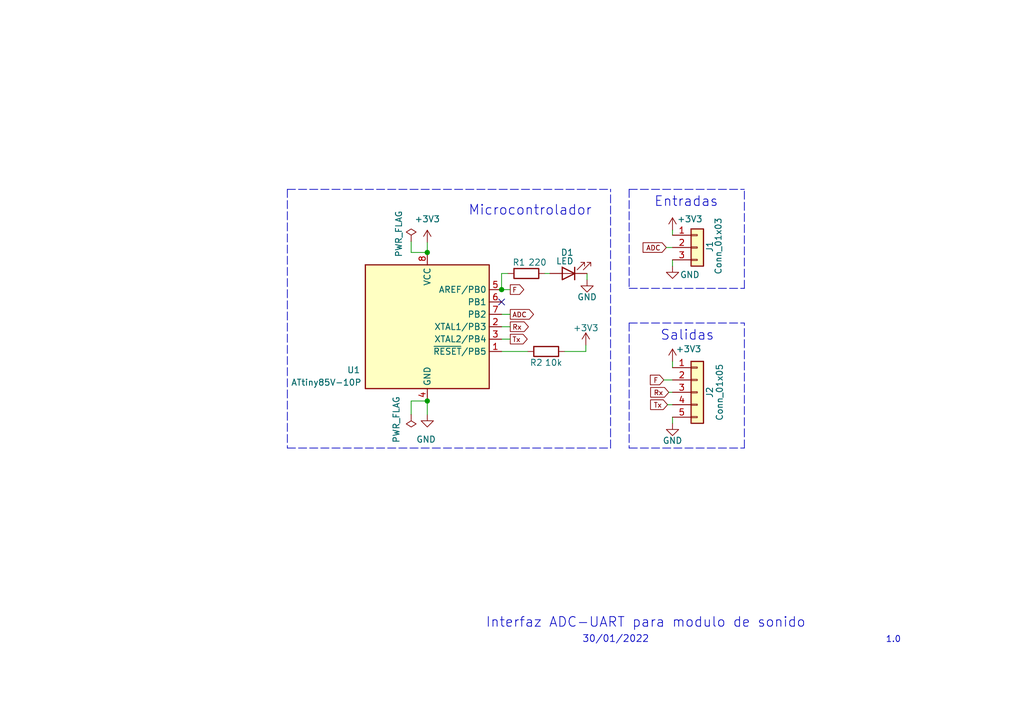
<source format=kicad_sch>
(kicad_sch (version 20211123) (generator eeschema)
  (paper "A5")
  (lib_symbols
    (symbol "Connector_Generic:Conn_01x03" (pin_names (offset 1.016) hide)
      (property "Reference" "J" (at 0 5.08 0))
      (property "Value" "Conn_01x03" (at 0 -5.08 0))
      (symbol "Conn_01x03_1_1"
        (rectangle (start -1.27 -2.413) (end 0 -2.667) (stroke (width 0.1524)))
        (rectangle (start -1.27 0.127) (end 0 -0.127) (stroke (width 0.1524)))
        (rectangle (start -1.27 2.667) (end 0 2.413) (stroke (width 0.1524)))
        (rectangle (start -1.27 3.81) (end 1.27 -3.81) (stroke (width 0.254)) (fill (type background)))
        (pin passive line (at -5.08 2.54 0) (length 3.81) (name "Pin_1") (number "1"))
        (pin passive line (at -5.08 0 0) (length 3.81) (name "Pin_2") (number "2"))
        (pin passive line (at -5.08 -2.54 0) (length 3.81) (name "Pin_3") (number "3"))
      )
    )
    (symbol "Connector_Generic:Conn_01x05" (pin_names (offset 1.016) hide)
      (property "Reference" "J" (at 0 7.62 0))
      (property "Value" "Conn_01x05" (at 0 -7.62 0))
      (symbol "Conn_01x05_1_1"
        (rectangle (start -1.27 -4.953) (end 0 -5.207) (stroke (width 0.1524)))
        (rectangle (start -1.27 -2.413) (end 0 -2.667) (stroke (width 0.1524)))
        (rectangle (start -1.27 0.127) (end 0 -0.127) (stroke (width 0.1524)))
        (rectangle (start -1.27 2.667) (end 0 2.413) (stroke (width 0.1524)))
        (rectangle (start -1.27 5.207) (end 0 4.953) (stroke (width 0.1524)))
        (rectangle (start -1.27 6.35) (end 1.27 -6.35) (stroke (width 0.254)) (fill (type background)))
        (pin passive line (at -5.08 5.08 0) (length 3.81) (name "Pin_1") (number "1"))
        (pin passive line (at -5.08 2.54 0) (length 3.81) (name "Pin_2") (number "2"))
        (pin passive line (at -5.08 0 0) (length 3.81) (name "Pin_3") (number "3"))
        (pin passive line (at -5.08 -2.54 0) (length 3.81) (name "Pin_4") (number "4"))
        (pin passive line (at -5.08 -5.08 0) (length 3.81) (name "Pin_5") (number "5"))
      )
    )
    (symbol "Device:LED" (pin_numbers hide) (pin_names (offset 1.016) hide)
      (property "Reference" "D" (at 0 2.54 0))
      (property "Value" "LED" (at 0 -2.54 0))
      (symbol "LED_0_1"
        (polyline (pts (xy -1.27 -1.27) (xy -1.27 1.27)) (stroke (width 0.254)))
        (polyline (pts (xy -1.27 0) (xy 1.27 0)))
        (polyline (pts (xy 1.27 -1.27) (xy 1.27 1.27) (xy -1.27 0) (xy 1.27 -1.27)) (stroke (width 0.254)))
        (polyline (pts (xy -3.048 -0.762) (xy -4.572 -2.286) (xy -3.81 -2.286) (xy -4.572 -2.286) (xy -4.572 -1.524)))
        (polyline (pts (xy -1.778 -0.762) (xy -3.302 -2.286) (xy -2.54 -2.286) (xy -3.302 -2.286) (xy -3.302 -1.524)))
      )
      (symbol "LED_1_1"
        (pin passive line (at -3.81 0 0) (length 2.54) (name "K") (number "1"))
        (pin passive line (at 3.81 0 180) (length 2.54) (name "A") (number "2"))
      )
    )
    (symbol "Device:R" (pin_numbers hide) (pin_names (offset 0))
      (property "Reference" "R" (at 2.032 0 90))
      (property "Value" "R" (at 0 0 90))
      (symbol "R_0_1"
        (rectangle (start -1.016 -2.54) (end 1.016 2.54) (stroke (width 0.254)))
      )
      (symbol "R_1_1"
        (pin passive line (at 0 3.81 270) (length 1.27) (name "~") (number "1"))
        (pin passive line (at 0 -3.81 90) (length 1.27) (name "~") (number "2"))
      )
    )
    (symbol "MCU_Microchip_ATtiny:ATtiny85V-10P"
      (property "Reference" "U" (at -12.7 13.97 0))
      (property "Value" "ATtiny85V-10P" (at 2.54 -13.97 0))
      (symbol "ATtiny85V-10P_0_1"
        (rectangle (start -12.7 -12.7) (end 12.7 12.7) (stroke (width 0.254)) (fill (type background)))
      )
      (symbol "ATtiny85V-10P_1_1"
        (pin bidirectional line (at 15.24 -5.08 180) (length 2.54) (name "~{RESET}/PB5") (number "1"))
        (pin bidirectional line (at 15.24 0 180) (length 2.54) (name "XTAL1/PB3") (number "2"))
        (pin bidirectional line (at 15.24 -2.54 180) (length 2.54) (name "XTAL2/PB4") (number "3"))
        (pin power_in line (at 0 -15.24 90) (length 2.54) (name "GND") (number "4"))
        (pin bidirectional line (at 15.24 7.62 180) (length 2.54) (name "AREF/PB0") (number "5"))
        (pin bidirectional line (at 15.24 5.08 180) (length 2.54) (name "PB1") (number "6"))
        (pin bidirectional line (at 15.24 2.54 180) (length 2.54) (name "PB2") (number "7"))
        (pin power_in line (at 0 15.24 270) (length 2.54) (name "VCC") (number "8"))
      )
    )
    (symbol "power:+3.3V" (power) (pin_names (offset 0))
      (property "Value" "+3.3V" (at 0 3.556 0))
      (symbol "+3.3V_0_1"
        (polyline (pts (xy -0.762 1.27) (xy 0 2.54)))
        (polyline (pts (xy 0 0) (xy 0 2.54)))
        (polyline (pts (xy 0 2.54) (xy 0.762 1.27)))
      )
      (symbol "+3.3V_1_1"
        (pin power_in line (at 0 0 90) (length 0) hide (name "+3V3") (number "1"))
      )
    )
    (symbol "power:GND" (power) (pin_names (offset 0))
      (property "Value" "GND" (at 0 -3.81 0))
      (symbol "GND_0_1"
        (polyline (pts (xy 0 0) (xy 0 -1.27) (xy 1.27 -1.27) (xy 0 -2.54) (xy -1.27 -1.27) (xy 0 -1.27)))
      )
      (symbol "GND_1_1"
        (pin power_in line (at 0 0 270) (length 0) hide (name "GND") (number "1"))
      )
    )
    (symbol "power:PWR_FLAG" (power) (pin_numbers hide) (pin_names (offset 0) hide)
      (property "Value" "PWR_FLAG" (at 0 3.81 0))
      (symbol "PWR_FLAG_0_0"
        (pin power_out line (at 0 0 90) (length 0) (name "pwr") (number "1"))
      )
      (symbol "PWR_FLAG_0_1"
        (polyline (pts (xy 0 0) (xy 0 1.27) (xy -1.016 1.905) (xy 0 2.54) (xy 1.016 1.905) (xy 0 1.27)))
      )
    )
  )
  (junction (at 102.87 59.436))
  (junction (at 87.63 51.816))
  (junction (at 87.63 82.296))
  (no_connect (at 102.87 61.976))
  (wire (pts (xy 136.906 83.058) (xy 137.922 83.058)))
  (wire (pts (xy 102.87 67.056) (xy 104.648 67.056)))
  (polyline (pts (xy 125.222 91.948) (xy 125.222 38.862)))
  (polyline (pts (xy 58.928 38.862) (xy 125.222 38.862)))
  (wire (pts (xy 84.328 51.816) (xy 87.63 51.816)))
  (wire (pts (xy 102.87 59.436) (xy 104.648 59.436)))
  (wire (pts (xy 115.824 72.136) (xy 120.142 72.136)))
  (polyline (pts (xy 129.032 66.294) (xy 152.654 66.294)))
  (wire (pts (xy 104.14 56.134) (xy 102.87 56.134)))
  (wire (pts (xy 120.396 56.134) (xy 120.396 57.404)))
  (wire (pts (xy 87.63 82.296) (xy 87.63 85.09)))
  (wire (pts (xy 136.144 77.978) (xy 137.922 77.978)))
  (wire (pts (xy 84.328 85.09) (xy 84.328 82.296)))
  (polyline (pts (xy 58.928 38.862) (xy 58.928 91.948)))
  (polyline (pts (xy 129.032 59.182) (xy 152.654 59.182)))
  (polyline (pts (xy 129.032 38.862) (xy 129.032 59.182)))
  (wire (pts (xy 84.328 82.296) (xy 87.63 82.296)))
  (polyline (pts (xy 129.032 91.948) (xy 152.654 91.948)))
  (wire (pts (xy 120.142 72.136) (xy 120.142 70.866)))
  (wire (pts (xy 136.652 50.8) (xy 137.922 50.8)))
  (wire (pts (xy 102.87 69.596) (xy 104.648 69.596)))
  (wire (pts (xy 102.87 64.516) (xy 104.648 64.516)))
  (wire (pts (xy 137.922 74.168) (xy 137.922 75.438)))
  (wire (pts (xy 102.87 56.134) (xy 102.87 59.436)))
  (wire (pts (xy 137.922 47.244) (xy 137.922 48.26)))
  (polyline (pts (xy 129.032 38.862) (xy 152.654 38.862)))
  (wire (pts (xy 102.87 72.136) (xy 108.204 72.136)))
  (wire (pts (xy 84.328 49.53) (xy 84.328 51.816)))
  (polyline (pts (xy 58.928 91.948) (xy 125.222 91.948)))
  (wire (pts (xy 87.63 49.784) (xy 87.63 51.816)))
  (wire (pts (xy 137.16 80.518) (xy 137.922 80.518)))
  (polyline (pts (xy 152.654 91.948) (xy 152.654 66.294)))
  (wire (pts (xy 137.922 85.598) (xy 137.922 86.868)))
  (polyline (pts (xy 152.654 59.182) (xy 152.654 38.862)))
  (wire (pts (xy 137.922 53.34) (xy 137.922 54.61)))
  (wire (pts (xy 111.76 56.134) (xy 112.776 56.134)))
  (polyline (pts (xy 129.032 66.294) (xy 129.032 91.948)))
  (text "30/01/2022" (at 119.38 132.08 0) (effects (font (size 1.4 1.4)) (justify left bottom)))
  (text "Entradas" (at 134.112 42.672 0) (effects (font (size 2 2)) (justify left bottom)))
  (text "Microcontrolador" (at 96.012 44.45 0) (effects (font (size 2 2)) (justify left bottom)))
  (text "Salidas" (at 135.382 70.104 0) (effects (font (size 2 2)) (justify left bottom)))
  (text "1.0" (at 181.61 132.08 0) (effects (font (size 1.27 1.27)) (justify left bottom)))
  (text "Interfaz ADC-UART para modulo de sonido" (at 99.568 129.032 0) (effects (font (size 2 2)) (justify left bottom)))
  (global_label "Tx" (shape output) (at 104.648 69.596 0) (effects (font (size 1 1))) (property "Intersheet References" "${INTERSHEET_REFS}" (effects hide)))
  (global_label "ADC" (shape output) (at 104.648 64.516 0) (effects (font (size 1 1))) (property "Intersheet References" "${INTERSHEET_REFS}" (effects hide)))
  (global_label "Rx" (shape input) (at 137.16 80.518 180) (effects (font (size 1 1))) (property "Intersheet References" "${INTERSHEET_REFS}" (effects hide)))
  (global_label "F" (shape output) (at 104.648 59.436 0) (effects (font (size 1 1))) (property "Intersheet References" "${INTERSHEET_REFS}" (effects hide)))
  (global_label "F" (shape input) (at 136.144 77.978 180) (effects (font (size 1 1))) (property "Intersheet References" "${INTERSHEET_REFS}" (effects hide)))
  (global_label "Tx" (shape input) (at 136.906 83.058 180) (effects (font (size 1 1))) (property "Intersheet References" "${INTERSHEET_REFS}" (effects hide)))
  (global_label "Rx" (shape output) (at 104.648 67.056 0) (effects (font (size 1 1))) (property "Intersheet References" "${INTERSHEET_REFS}" (effects hide)))
  (global_label "ADC" (shape input) (at 136.652 50.8 180) (effects (font (size 1 1))) (property "Intersheet References" "${INTERSHEET_REFS}" (effects hide)))
  (symbol (lib_id "power:+3.3V") (at 87.63 49.784 0) (unit 1)
    (property "Reference" "#PWR01" (effects hide))
    (property "Value" "+3.3V" (at 87.63 44.958 0))
  )
  (symbol (lib_id "Device:R") (at 112.014 72.136 90) (unit 1)
    (property "Reference" "R2" (at 109.982 74.422 90))
    (property "Value" "10k" (at 113.538 74.422 90))
    (property "Footprint" "Resistor_THT:R_Axial_DIN0207_L6.3mm_D2.5mm_P10.16mm_Horizontal" (effects hide))
  )
  (symbol (lib_id "power:GND") (at 137.922 86.868 0) (unit 1)
    (property "Reference" "#PWR08" (effects hide))
    (property "Value" "GND" (at 137.922 90.424 0))
  )
  (symbol (lib_id "power:+3.3V") (at 120.142 70.866 0) (unit 1)
    (property "Reference" "#PWR03" (effects hide))
    (property "Value" "+3.3V" (at 120.142 67.31 0))
  )
  (symbol (lib_id "Device:LED") (at 116.586 56.134 180) (unit 1)
    (property "Reference" "D1" (at 116.332 51.816 0))
    (property "Value" "LED" (at 115.824 53.594 0))
    (property "Footprint" "LED_THT:LED_D3.0mm" (effects hide))
  )
  (symbol (lib_id "power:GND") (at 87.63 85.09 0) (unit 1)
    (property "Reference" "#PWR02" (effects hide))
    (property "Value" "GND" (at 87.376 90.17 0))
  )
  (symbol (lib_id "power:GND") (at 120.396 57.404 0) (unit 1)
    (property "Reference" "#PWR04" (effects hide))
    (property "Value" "GND" (at 120.396 60.96 0))
  )
  (symbol (lib_id "MCU_Microchip_ATtiny:ATtiny85V-10P") (at 87.63 67.056 0) (unit 1)
    (property "Reference" "U1" (at 73.914 75.946 0) (effects (justify right)))
    (property "Value" "ATtiny85V-10P" (at 74.168 78.486 0) (effects (justify right)))
    (property "Footprint" "Package_DIP:DIP-8_W7.62mm" (effects hide))
    (property "Datasheet" "http://ww1.microchip.com/downloads/en/DeviceDoc/atmel-2586-avr-8-bit-microcontroller-attiny25-attiny45-attiny85_datasheet.pdf" (effects hide))
  )
  (symbol (lib_id "Connector_Generic:Conn_01x05") (at 143.002 80.518 0) (unit 1)
    (property "Reference" "J2" (at 145.542 80.518 90))
    (property "Value" "Conn_01x05" (at 147.574 80.518 90))
    (property "Footprint" "Connector_PinHeader_2.54mm:PinHeader_1x05_P2.54mm_Vertical" (effects hide))
  )
  (symbol (lib_id "power:PWR_FLAG") (at 84.328 49.53 0) (unit 1)
    (property "Reference" "#FLG01" (effects hide))
    (property "Value" "PWR_FLAG" (at 81.788 48.006 90))
  )
  (symbol (lib_id "power:PWR_FLAG") (at 84.328 85.09 180) (unit 1)
    (property "Reference" "#FLG02" (effects hide))
    (property "Value" "PWR_FLAG" (at 81.28 86.106 90))
  )
  (symbol (lib_id "Connector_Generic:Conn_01x03") (at 143.002 50.8 0) (unit 1)
    (property "Reference" "J1" (at 145.542 51.816 90) (effects (justify left)))
    (property "Value" "Conn_01x03" (at 147.32 56.388 90) (effects (justify left)))
    (property "Footprint" "Connector_PinHeader_2.54mm:PinHeader_1x03_P2.54mm_Vertical" (effects hide))
  )
  (symbol (lib_id "power:GND") (at 137.922 54.61 0) (unit 1)
    (property "Reference" "#PWR06" (effects hide))
    (property "Value" "GND" (at 141.478 56.388 0))
  )
  (symbol (lib_id "Device:R") (at 107.95 56.134 90) (unit 1)
    (property "Reference" "R1" (at 106.426 53.848 90))
    (property "Value" "220" (at 110.236 53.848 90))
    (property "Footprint" "Resistor_THT:R_Axial_DIN0207_L6.3mm_D2.5mm_P10.16mm_Horizontal" (effects hide))
  )
  (symbol (lib_id "power:+3.3V") (at 137.922 74.168 0) (unit 1)
    (property "Reference" "#PWR07" (effects hide))
    (property "Value" "+3.3V" (at 141.224 71.628 0))
  )
  (symbol (lib_id "power:+3.3V") (at 137.922 47.244 0) (unit 1)
    (property "Reference" "#PWR05" (effects hide))
    (property "Value" "+3.3V" (at 141.478 44.958 0))
  )
)
</source>
